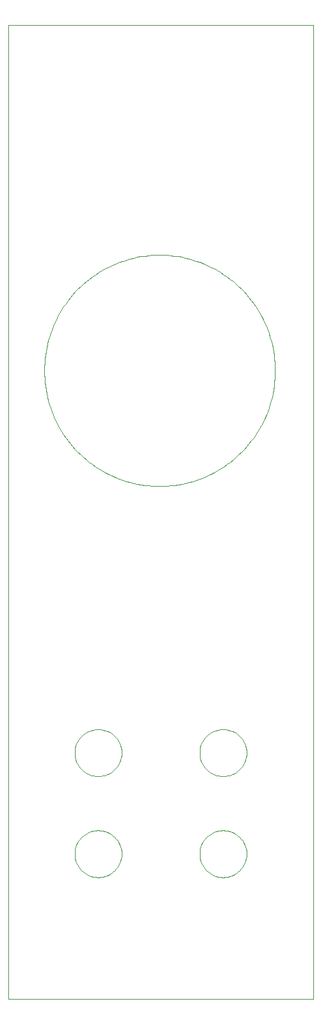
<source format=gbr>
G04 #@! TF.GenerationSoftware,KiCad,Pcbnew,(5.1.2)-2*
G04 #@! TF.CreationDate,2020-04-17T14:25:20-07:00*
G04 #@! TF.ProjectId,panel,70616e65-6c2e-46b6-9963-61645f706362,rev?*
G04 #@! TF.SameCoordinates,Original*
G04 #@! TF.FileFunction,Profile,NP*
%FSLAX46Y46*%
G04 Gerber Fmt 4.6, Leading zero omitted, Abs format (unit mm)*
G04 Created by KiCad (PCBNEW (5.1.2)-2) date 2020-04-17 14:25:20*
%MOMM*%
%LPD*%
G04 APERTURE LIST*
%ADD10C,0.100000*%
G04 APERTURE END LIST*
D10*
X-20149999Y64250004D02*
X20150001Y64250004D01*
X20150001Y64250004D02*
X20150001Y-64250000D01*
X20150001Y-64250000D02*
X-20149999Y-64250000D01*
X-20149999Y-64250000D02*
X-20149999Y64250004D01*
X-20149999Y64250004D02*
X-20149999Y64250004D01*
X15143721Y18661947D02*
X15135221Y18153559D01*
X15135221Y18153559D02*
X15109741Y17647930D01*
X15109741Y17647930D02*
X15067531Y17145405D01*
X15067531Y17145405D02*
X15008791Y16646325D01*
X15008791Y16646325D02*
X14933731Y16151034D01*
X14933731Y16151034D02*
X14842551Y15659876D01*
X14842551Y15659876D02*
X14735463Y15173193D01*
X14735463Y15173193D02*
X14612671Y14691330D01*
X14612671Y14691330D02*
X14474383Y14214628D01*
X14474383Y14214628D02*
X14320803Y13743431D01*
X14320803Y13743431D02*
X14152139Y13278082D01*
X14152139Y13278082D02*
X13968595Y12818925D01*
X13968595Y12818925D02*
X13770379Y12366303D01*
X13770379Y12366303D02*
X13557696Y11920559D01*
X13557696Y11920559D02*
X13330752Y11482036D01*
X13330752Y11482036D02*
X13089754Y11051077D01*
X13089754Y11051077D02*
X12834908Y10628026D01*
X12834908Y10628026D02*
X12566420Y10213226D01*
X12566420Y10213226D02*
X12284495Y9807019D01*
X12284495Y9807019D02*
X11989341Y9409749D01*
X11989341Y9409749D02*
X11681163Y9021760D01*
X11681163Y9021760D02*
X11360167Y8643395D01*
X11360167Y8643395D02*
X11026560Y8274996D01*
X11026560Y8274996D02*
X10680547Y7916907D01*
X10680547Y7916907D02*
X10322336Y7569471D01*
X10322336Y7569471D02*
X9952130Y7233031D01*
X9952130Y7233031D02*
X9570138Y6907931D01*
X9570138Y6907931D02*
X9176565Y6594513D01*
X9176565Y6594513D02*
X8771618Y6293122D01*
X8771618Y6293122D02*
X8355501Y6004099D01*
X8355501Y6004099D02*
X7928422Y5727789D01*
X7928422Y5727789D02*
X7490587Y5464534D01*
X7490587Y5464534D02*
X7044397Y5215972D01*
X7044397Y5215972D02*
X6592440Y4983447D01*
X6592440Y4983447D02*
X6135101Y4766958D01*
X6135101Y4766958D02*
X5672763Y4566505D01*
X5672763Y4566505D02*
X5205812Y4382088D01*
X5205812Y4382088D02*
X4734632Y4213708D01*
X4734632Y4213708D02*
X4259607Y4061363D01*
X4259607Y4061363D02*
X3781121Y3925055D01*
X3781121Y3925055D02*
X3299560Y3804784D01*
X3299560Y3804784D02*
X2815307Y3700548D01*
X2815307Y3700548D02*
X2328748Y3612348D01*
X2328748Y3612348D02*
X1840266Y3540188D01*
X1840266Y3540188D02*
X1350247Y3484058D01*
X1350247Y3484058D02*
X859073Y3443968D01*
X859073Y3443968D02*
X367131Y3419918D01*
X367131Y3419918D02*
X-125195Y3411918D01*
X-125195Y3411918D02*
X-617521Y3419918D01*
X-617521Y3419918D02*
X-1109463Y3443968D01*
X-1109463Y3443968D02*
X-1600637Y3484058D01*
X-1600637Y3484058D02*
X-2090656Y3540188D01*
X-2090656Y3540188D02*
X-2579138Y3612348D01*
X-2579138Y3612348D02*
X-3065697Y3700548D01*
X-3065697Y3700548D02*
X-3549950Y3804784D01*
X-3549950Y3804784D02*
X-4031511Y3925055D01*
X-4031511Y3925055D02*
X-4509997Y4061363D01*
X-4509997Y4061363D02*
X-4985022Y4213708D01*
X-4985022Y4213708D02*
X-5456202Y4382088D01*
X-5456202Y4382088D02*
X-5923153Y4566505D01*
X-5923153Y4566505D02*
X-6385491Y4766958D01*
X-6385491Y4766958D02*
X-6842830Y4983447D01*
X-6842830Y4983447D02*
X-7294787Y5215972D01*
X-7294787Y5215972D02*
X-7740977Y5464534D01*
X-7740977Y5464534D02*
X-8178704Y5727789D01*
X-8178704Y5727789D02*
X-8605467Y6004099D01*
X-8605467Y6004099D02*
X-9021075Y6293122D01*
X-9021075Y6293122D02*
X-9425333Y6594513D01*
X-9425333Y6594513D02*
X-9818052Y6907931D01*
X-9818052Y6907931D02*
X-10199036Y7233031D01*
X-10199036Y7233031D02*
X-10568096Y7569471D01*
X-10568096Y7569471D02*
X-10925081Y7916907D01*
X-10925081Y7916907D02*
X-11269713Y8274996D01*
X-11269713Y8274996D02*
X-11601844Y8643395D01*
X-11601844Y8643395D02*
X-11921280Y9021760D01*
X-11921280Y9021760D02*
X-12227829Y9409749D01*
X-12227829Y9409749D02*
X-12521299Y9807019D01*
X-12521299Y9807019D02*
X-12801498Y10213226D01*
X-12801498Y10213226D02*
X-13068233Y10628026D01*
X-13068233Y10628026D02*
X-13321312Y11051077D01*
X-13321312Y11051077D02*
X-13560543Y11482036D01*
X-13560543Y11482036D02*
X-13785733Y11920559D01*
X-13785733Y11920559D02*
X-13996690Y12366303D01*
X-13996690Y12366303D02*
X-14193222Y12818925D01*
X-14193222Y12818925D02*
X-14375137Y13278082D01*
X-14375137Y13278082D02*
X-14542242Y13743431D01*
X-14542242Y13743431D02*
X-14694345Y14214628D01*
X-14694345Y14214628D02*
X-14831253Y14691330D01*
X-14831253Y14691330D02*
X-14952775Y15173193D01*
X-14952775Y15173193D02*
X-15058718Y15659876D01*
X-15058718Y15659876D02*
X-15148889Y16151034D01*
X-15148889Y16151034D02*
X-15223097Y16646325D01*
X-15223097Y16646325D02*
X-15281149Y17145405D01*
X-15281149Y17145405D02*
X-15322853Y17647930D01*
X-15322853Y17647930D02*
X-15348016Y18153559D01*
X-15348016Y18153559D02*
X-15356446Y18661947D01*
X-15356446Y18661947D02*
X-15348016Y19170335D01*
X-15348016Y19170335D02*
X-15322853Y19675964D01*
X-15322853Y19675964D02*
X-15281149Y20178490D01*
X-15281149Y20178490D02*
X-15223097Y20677570D01*
X-15223097Y20677570D02*
X-15148889Y21172860D01*
X-15148889Y21172860D02*
X-15058718Y21664019D01*
X-15058718Y21664019D02*
X-14952775Y22150701D01*
X-14952775Y22150701D02*
X-14831253Y22632565D01*
X-14831253Y22632565D02*
X-14694345Y23109267D01*
X-14694345Y23109267D02*
X-14542242Y23580464D01*
X-14542242Y23580464D02*
X-14375137Y24045813D01*
X-14375137Y24045813D02*
X-14193222Y24504970D01*
X-14193222Y24504970D02*
X-13996690Y24957592D01*
X-13996690Y24957592D02*
X-13785733Y25403336D01*
X-13785733Y25403336D02*
X-13560543Y25841859D01*
X-13560543Y25841859D02*
X-13321312Y26272818D01*
X-13321312Y26272818D02*
X-13068233Y26695869D01*
X-13068233Y26695869D02*
X-12801498Y27110670D01*
X-12801498Y27110670D02*
X-12521299Y27516877D01*
X-12521299Y27516877D02*
X-12227829Y27914146D01*
X-12227829Y27914146D02*
X-11921280Y28302135D01*
X-11921280Y28302135D02*
X-11601844Y28680501D01*
X-11601844Y28680501D02*
X-11269713Y29048900D01*
X-11269713Y29048900D02*
X-10925081Y29406989D01*
X-10925081Y29406989D02*
X-10568138Y29754425D01*
X-10568138Y29754425D02*
X-10199078Y30090865D01*
X-10199078Y30090865D02*
X-9818094Y30415965D01*
X-9818094Y30415965D02*
X-9425375Y30729383D01*
X-9425375Y30729383D02*
X-9021117Y31030774D01*
X-9021117Y31030774D02*
X-8605509Y31319797D01*
X-8605509Y31319797D02*
X-8178746Y31596107D01*
X-8178746Y31596107D02*
X-7741019Y31859362D01*
X-7741019Y31859362D02*
X-7294829Y32107923D01*
X-7294829Y32107923D02*
X-6842872Y32340449D01*
X-6842872Y32340449D02*
X-6385533Y32556938D01*
X-6385533Y32556938D02*
X-5923195Y32757391D01*
X-5923195Y32757391D02*
X-5456244Y32941807D01*
X-5456244Y32941807D02*
X-4985064Y33110188D01*
X-4985064Y33110188D02*
X-4510039Y33262532D01*
X-4510039Y33262532D02*
X-4031553Y33398840D01*
X-4031553Y33398840D02*
X-3549992Y33519111D01*
X-3549992Y33519111D02*
X-3065739Y33623347D01*
X-3065739Y33623347D02*
X-2579180Y33711547D01*
X-2579180Y33711547D02*
X-2090698Y33783707D01*
X-2090698Y33783707D02*
X-1600679Y33839837D01*
X-1600679Y33839837D02*
X-1109505Y33879927D01*
X-1109505Y33879927D02*
X-617563Y33903987D01*
X-617563Y33903987D02*
X-125237Y33911987D01*
X-125237Y33911987D02*
X367089Y33903987D01*
X367089Y33903987D02*
X859031Y33879927D01*
X859031Y33879927D02*
X1350205Y33839837D01*
X1350205Y33839837D02*
X1840224Y33783707D01*
X1840224Y33783707D02*
X2328706Y33711547D01*
X2328706Y33711547D02*
X2815265Y33623347D01*
X2815265Y33623347D02*
X3299518Y33519111D01*
X3299518Y33519111D02*
X3781079Y33398840D01*
X3781079Y33398840D02*
X4259565Y33262532D01*
X4259565Y33262532D02*
X4734590Y33110188D01*
X4734590Y33110188D02*
X5205770Y32941807D01*
X5205770Y32941807D02*
X5672721Y32757391D01*
X5672721Y32757391D02*
X6135059Y32556938D01*
X6135059Y32556938D02*
X6592398Y32340449D01*
X6592398Y32340449D02*
X7044355Y32107923D01*
X7044355Y32107923D02*
X7490545Y31859362D01*
X7490545Y31859362D02*
X7928380Y31596107D01*
X7928380Y31596107D02*
X8355459Y31319797D01*
X8355459Y31319797D02*
X8771576Y31030774D01*
X8771576Y31030774D02*
X9176523Y30729383D01*
X9176523Y30729383D02*
X9570096Y30415965D01*
X9570096Y30415965D02*
X9952088Y30090865D01*
X9952088Y30090865D02*
X10322294Y29754425D01*
X10322294Y29754425D02*
X10680505Y29406989D01*
X10680505Y29406989D02*
X11026518Y29048900D01*
X11026518Y29048900D02*
X11360125Y28680501D01*
X11360125Y28680501D02*
X11681121Y28302135D01*
X11681121Y28302135D02*
X11989299Y27914146D01*
X11989299Y27914146D02*
X12284453Y27516877D01*
X12284453Y27516877D02*
X12566378Y27110670D01*
X12566378Y27110670D02*
X12834866Y26695869D01*
X12834866Y26695869D02*
X13089712Y26272818D01*
X13089712Y26272818D02*
X13330710Y25841859D01*
X13330710Y25841859D02*
X13557654Y25403336D01*
X13557654Y25403336D02*
X13770337Y24957592D01*
X13770337Y24957592D02*
X13968553Y24504970D01*
X13968553Y24504970D02*
X14152097Y24045813D01*
X14152097Y24045813D02*
X14320761Y23580464D01*
X14320761Y23580464D02*
X14474341Y23109267D01*
X14474341Y23109267D02*
X14612629Y22632565D01*
X14612629Y22632565D02*
X14735421Y22150701D01*
X14735421Y22150701D02*
X14842509Y21664019D01*
X14842509Y21664019D02*
X14933689Y21172860D01*
X14933689Y21172860D02*
X15008749Y20677570D01*
X15008749Y20677570D02*
X15067489Y20178490D01*
X15067489Y20178490D02*
X15109699Y19675964D01*
X15109699Y19675964D02*
X15135179Y19170335D01*
X15135179Y19170335D02*
X15143679Y18661947D01*
X15143679Y18661947D02*
X15143679Y18661947D01*
X15143679Y18661947D02*
X15143721Y18661947D01*
X11375694Y-45064530D02*
X11359594Y-45383740D01*
X11359594Y-45383740D02*
X11312334Y-45693690D01*
X11312334Y-45693690D02*
X11235474Y-45992820D01*
X11235474Y-45992820D02*
X11130583Y-46279550D01*
X11130583Y-46279550D02*
X10999226Y-46552340D01*
X10999226Y-46552340D02*
X10842966Y-46809600D01*
X10842966Y-46809600D02*
X10663370Y-47049790D01*
X10663370Y-47049790D02*
X10462001Y-47271330D01*
X10462001Y-47271330D02*
X10240425Y-47472670D01*
X10240425Y-47472670D02*
X10000206Y-47652230D01*
X10000206Y-47652230D02*
X9742909Y-47808460D01*
X9742909Y-47808460D02*
X9470099Y-47939790D01*
X9470099Y-47939790D02*
X9183340Y-48044660D01*
X9183340Y-48044660D02*
X8884197Y-48121460D01*
X8884197Y-48121460D02*
X8574236Y-48168760D01*
X8574236Y-48168760D02*
X8255020Y-48184860D01*
X8255020Y-48184860D02*
X7936267Y-48168760D01*
X7936267Y-48168760D02*
X7627616Y-48121460D01*
X7627616Y-48121460D02*
X7330508Y-48044660D01*
X7330508Y-48044660D02*
X7046389Y-47939790D01*
X7046389Y-47939790D02*
X6776703Y-47808460D01*
X6776703Y-47808460D02*
X6522892Y-47652230D01*
X6522892Y-47652230D02*
X6286402Y-47472670D01*
X6286402Y-47472670D02*
X6068675Y-47271330D01*
X6068675Y-47271330D02*
X5871155Y-47049790D01*
X5871155Y-47049790D02*
X5695288Y-46809600D01*
X5695288Y-46809600D02*
X5542515Y-46552340D01*
X5542515Y-46552340D02*
X5414282Y-46279550D01*
X5414282Y-46279550D02*
X5312031Y-45992820D01*
X5312031Y-45992820D02*
X5237211Y-45693690D01*
X5237211Y-45693690D02*
X5191261Y-45383740D01*
X5191261Y-45383740D02*
X5175621Y-45064530D01*
X5175621Y-45064530D02*
X5191261Y-44745720D01*
X5191261Y-44745720D02*
X5237211Y-44437030D01*
X5237211Y-44437030D02*
X5312031Y-44139890D01*
X5312031Y-44139890D02*
X5414282Y-43855750D01*
X5414282Y-43855750D02*
X5542515Y-43586060D01*
X5542515Y-43586060D02*
X5695288Y-43332250D01*
X5695288Y-43332250D02*
X5871155Y-43095770D01*
X5871155Y-43095770D02*
X6068675Y-42878060D01*
X6068675Y-42878060D02*
X6286402Y-42680560D01*
X6286402Y-42680560D02*
X6522892Y-42504710D01*
X6522892Y-42504710D02*
X6776703Y-42351960D01*
X6776703Y-42351960D02*
X7046389Y-42223750D01*
X7046389Y-42223750D02*
X7330508Y-42121520D01*
X7330508Y-42121520D02*
X7627616Y-42046720D01*
X7627616Y-42046720D02*
X7936267Y-42000720D01*
X7936267Y-42000720D02*
X8255020Y-41985120D01*
X8255020Y-41985120D02*
X8574236Y-42000720D01*
X8574236Y-42000720D02*
X8884197Y-42046720D01*
X8884197Y-42046720D02*
X9183340Y-42121520D01*
X9183340Y-42121520D02*
X9470099Y-42223750D01*
X9470099Y-42223750D02*
X9742909Y-42351960D01*
X9742909Y-42351960D02*
X10000206Y-42504710D01*
X10000206Y-42504710D02*
X10240425Y-42680560D01*
X10240425Y-42680560D02*
X10462001Y-42878060D01*
X10462001Y-42878060D02*
X10663370Y-43095770D01*
X10663370Y-43095770D02*
X10842966Y-43332250D01*
X10842966Y-43332250D02*
X10999226Y-43586060D01*
X10999226Y-43586060D02*
X11130583Y-43855750D01*
X11130583Y-43855750D02*
X11235474Y-44139890D01*
X11235474Y-44139890D02*
X11312334Y-44437030D01*
X11312334Y-44437030D02*
X11359594Y-44745720D01*
X11359594Y-44745720D02*
X11375694Y-45064530D01*
X11375694Y-45064530D02*
X11375694Y-45064530D01*
X11375694Y-45064530D02*
X11375694Y-45064530D01*
X-5134338Y-31729527D02*
X-5150438Y-32048738D01*
X-5150438Y-32048738D02*
X-5197698Y-32358688D01*
X-5197698Y-32358688D02*
X-5274558Y-32657813D01*
X-5274558Y-32657813D02*
X-5379449Y-32944549D01*
X-5379449Y-32944549D02*
X-5510806Y-33217332D01*
X-5510806Y-33217332D02*
X-5667065Y-33474599D01*
X-5667065Y-33474599D02*
X-5846662Y-33714785D01*
X-5846662Y-33714785D02*
X-6048030Y-33936328D01*
X-6048030Y-33936328D02*
X-6269607Y-34137664D01*
X-6269607Y-34137664D02*
X-6509826Y-34317228D01*
X-6509826Y-34317228D02*
X-6767123Y-34473457D01*
X-6767123Y-34473457D02*
X-7039933Y-34604787D01*
X-7039933Y-34604787D02*
X-7326692Y-34709655D01*
X-7326692Y-34709655D02*
X-7625835Y-34786495D01*
X-7625835Y-34786495D02*
X-7935797Y-34833745D01*
X-7935797Y-34833745D02*
X-8255013Y-34849845D01*
X-8255013Y-34849845D02*
X-8573765Y-34833745D01*
X-8573765Y-34833745D02*
X-8882417Y-34786495D01*
X-8882417Y-34786495D02*
X-9179524Y-34709655D01*
X-9179524Y-34709655D02*
X-9463643Y-34604787D01*
X-9463643Y-34604787D02*
X-9733329Y-34473457D01*
X-9733329Y-34473457D02*
X-9987144Y-34317228D01*
X-9987144Y-34317228D02*
X-10223634Y-34137664D01*
X-10223634Y-34137664D02*
X-10441361Y-33936328D01*
X-10441361Y-33936328D02*
X-10638880Y-33714785D01*
X-10638880Y-33714785D02*
X-10814748Y-33474599D01*
X-10814748Y-33474599D02*
X-10967521Y-33217332D01*
X-10967521Y-33217332D02*
X-11095754Y-32944549D01*
X-11095754Y-32944549D02*
X-11198004Y-32657813D01*
X-11198004Y-32657813D02*
X-11272828Y-32358688D01*
X-11272828Y-32358688D02*
X-11318781Y-32048738D01*
X-11318781Y-32048738D02*
X-11334419Y-31729527D01*
X-11334419Y-31729527D02*
X-11318781Y-31410717D01*
X-11318781Y-31410717D02*
X-11272828Y-31102023D01*
X-11272828Y-31102023D02*
X-11198004Y-30804886D01*
X-11198004Y-30804886D02*
X-11095754Y-30520750D01*
X-11095754Y-30520750D02*
X-10967521Y-30251057D01*
X-10967521Y-30251057D02*
X-10814748Y-29997248D01*
X-10814748Y-29997248D02*
X-10638880Y-29760767D01*
X-10638880Y-29760767D02*
X-10441361Y-29543054D01*
X-10441361Y-29543054D02*
X-10223634Y-29345554D01*
X-10223634Y-29345554D02*
X-9987144Y-29169707D01*
X-9987144Y-29169707D02*
X-9733333Y-29016957D01*
X-9733333Y-29016957D02*
X-9463647Y-28888745D01*
X-9463647Y-28888745D02*
X-9179528Y-28786515D01*
X-9179528Y-28786515D02*
X-8882421Y-28711705D01*
X-8882421Y-28711705D02*
X-8573769Y-28665765D01*
X-8573769Y-28665765D02*
X-8255017Y-28650135D01*
X-8255017Y-28650135D02*
X-7935801Y-28665765D01*
X-7935801Y-28665765D02*
X-7625839Y-28711705D01*
X-7625839Y-28711705D02*
X-7326696Y-28786515D01*
X-7326696Y-28786515D02*
X-7039937Y-28888745D01*
X-7039937Y-28888745D02*
X-6767127Y-29016957D01*
X-6767127Y-29016957D02*
X-6509830Y-29169707D01*
X-6509830Y-29169707D02*
X-6269611Y-29345554D01*
X-6269611Y-29345554D02*
X-6048034Y-29543054D01*
X-6048034Y-29543054D02*
X-5846666Y-29760767D01*
X-5846666Y-29760767D02*
X-5667069Y-29997248D01*
X-5667069Y-29997248D02*
X-5510810Y-30251057D01*
X-5510810Y-30251057D02*
X-5379453Y-30520750D01*
X-5379453Y-30520750D02*
X-5274562Y-30804886D01*
X-5274562Y-30804886D02*
X-5197702Y-31102023D01*
X-5197702Y-31102023D02*
X-5150442Y-31410717D01*
X-5150442Y-31410717D02*
X-5134342Y-31729527D01*
X-5134342Y-31729527D02*
X-5134342Y-31729527D01*
X-5134342Y-31729527D02*
X-5134338Y-31729527D01*
X11375694Y-31729527D02*
X11359594Y-32048738D01*
X11359594Y-32048738D02*
X11312334Y-32358688D01*
X11312334Y-32358688D02*
X11235474Y-32657813D01*
X11235474Y-32657813D02*
X11130583Y-32944549D01*
X11130583Y-32944549D02*
X10999226Y-33217332D01*
X10999226Y-33217332D02*
X10842966Y-33474599D01*
X10842966Y-33474599D02*
X10663370Y-33714785D01*
X10663370Y-33714785D02*
X10462001Y-33936328D01*
X10462001Y-33936328D02*
X10240425Y-34137664D01*
X10240425Y-34137664D02*
X10000206Y-34317228D01*
X10000206Y-34317228D02*
X9742909Y-34473457D01*
X9742909Y-34473457D02*
X9470099Y-34604787D01*
X9470099Y-34604787D02*
X9183340Y-34709655D01*
X9183340Y-34709655D02*
X8884197Y-34786495D01*
X8884197Y-34786495D02*
X8574236Y-34833745D01*
X8574236Y-34833745D02*
X8255020Y-34849845D01*
X8255020Y-34849845D02*
X7936267Y-34833745D01*
X7936267Y-34833745D02*
X7627616Y-34786495D01*
X7627616Y-34786495D02*
X7330508Y-34709655D01*
X7330508Y-34709655D02*
X7046389Y-34604787D01*
X7046389Y-34604787D02*
X6776703Y-34473457D01*
X6776703Y-34473457D02*
X6522892Y-34317228D01*
X6522892Y-34317228D02*
X6286402Y-34137664D01*
X6286402Y-34137664D02*
X6068675Y-33936328D01*
X6068675Y-33936328D02*
X5871155Y-33714785D01*
X5871155Y-33714785D02*
X5695288Y-33474599D01*
X5695288Y-33474599D02*
X5542515Y-33217332D01*
X5542515Y-33217332D02*
X5414282Y-32944549D01*
X5414282Y-32944549D02*
X5312031Y-32657813D01*
X5312031Y-32657813D02*
X5237211Y-32358688D01*
X5237211Y-32358688D02*
X5191261Y-32048738D01*
X5191261Y-32048738D02*
X5175621Y-31729527D01*
X5175621Y-31729527D02*
X5191261Y-31410717D01*
X5191261Y-31410717D02*
X5237211Y-31102023D01*
X5237211Y-31102023D02*
X5312031Y-30804886D01*
X5312031Y-30804886D02*
X5414282Y-30520750D01*
X5414282Y-30520750D02*
X5542515Y-30251057D01*
X5542515Y-30251057D02*
X5695288Y-29997248D01*
X5695288Y-29997248D02*
X5871155Y-29760767D01*
X5871155Y-29760767D02*
X6068675Y-29543054D01*
X6068675Y-29543054D02*
X6286402Y-29345554D01*
X6286402Y-29345554D02*
X6522892Y-29169707D01*
X6522892Y-29169707D02*
X6776703Y-29016957D01*
X6776703Y-29016957D02*
X7046389Y-28888745D01*
X7046389Y-28888745D02*
X7330508Y-28786515D01*
X7330508Y-28786515D02*
X7627616Y-28711705D01*
X7627616Y-28711705D02*
X7936267Y-28665765D01*
X7936267Y-28665765D02*
X8255020Y-28650135D01*
X8255020Y-28650135D02*
X8574236Y-28665765D01*
X8574236Y-28665765D02*
X8884197Y-28711705D01*
X8884197Y-28711705D02*
X9183340Y-28786515D01*
X9183340Y-28786515D02*
X9470099Y-28888745D01*
X9470099Y-28888745D02*
X9742909Y-29016957D01*
X9742909Y-29016957D02*
X10000206Y-29169707D01*
X10000206Y-29169707D02*
X10240425Y-29345554D01*
X10240425Y-29345554D02*
X10462001Y-29543054D01*
X10462001Y-29543054D02*
X10663370Y-29760767D01*
X10663370Y-29760767D02*
X10842966Y-29997248D01*
X10842966Y-29997248D02*
X10999226Y-30251057D01*
X10999226Y-30251057D02*
X11130583Y-30520750D01*
X11130583Y-30520750D02*
X11235474Y-30804886D01*
X11235474Y-30804886D02*
X11312334Y-31102023D01*
X11312334Y-31102023D02*
X11359594Y-31410717D01*
X11359594Y-31410717D02*
X11375694Y-31729527D01*
X11375694Y-31729527D02*
X11375694Y-31729527D01*
X11375694Y-31729527D02*
X11375694Y-31729527D01*
X-5134338Y-45064530D02*
X-5150438Y-45383740D01*
X-5150438Y-45383740D02*
X-5197698Y-45693690D01*
X-5197698Y-45693690D02*
X-5274558Y-45992820D01*
X-5274558Y-45992820D02*
X-5379449Y-46279550D01*
X-5379449Y-46279550D02*
X-5510806Y-46552340D01*
X-5510806Y-46552340D02*
X-5667065Y-46809600D01*
X-5667065Y-46809600D02*
X-5846662Y-47049790D01*
X-5846662Y-47049790D02*
X-6048030Y-47271330D01*
X-6048030Y-47271330D02*
X-6269607Y-47472670D01*
X-6269607Y-47472670D02*
X-6509826Y-47652230D01*
X-6509826Y-47652230D02*
X-6767123Y-47808460D01*
X-6767123Y-47808460D02*
X-7039933Y-47939790D01*
X-7039933Y-47939790D02*
X-7326692Y-48044660D01*
X-7326692Y-48044660D02*
X-7625835Y-48121460D01*
X-7625835Y-48121460D02*
X-7935797Y-48168760D01*
X-7935797Y-48168760D02*
X-8255013Y-48184860D01*
X-8255013Y-48184860D02*
X-8573765Y-48168760D01*
X-8573765Y-48168760D02*
X-8882417Y-48121460D01*
X-8882417Y-48121460D02*
X-9179524Y-48044660D01*
X-9179524Y-48044660D02*
X-9463643Y-47939790D01*
X-9463643Y-47939790D02*
X-9733329Y-47808460D01*
X-9733329Y-47808460D02*
X-9987140Y-47652230D01*
X-9987140Y-47652230D02*
X-10223630Y-47472670D01*
X-10223630Y-47472670D02*
X-10441357Y-47271330D01*
X-10441357Y-47271330D02*
X-10638876Y-47049790D01*
X-10638876Y-47049790D02*
X-10814744Y-46809600D01*
X-10814744Y-46809600D02*
X-10967517Y-46552340D01*
X-10967517Y-46552340D02*
X-11095750Y-46279550D01*
X-11095750Y-46279550D02*
X-11198000Y-45992820D01*
X-11198000Y-45992820D02*
X-11272824Y-45693690D01*
X-11272824Y-45693690D02*
X-11318777Y-45383740D01*
X-11318777Y-45383740D02*
X-11334415Y-45064530D01*
X-11334415Y-45064530D02*
X-11318777Y-44745720D01*
X-11318777Y-44745720D02*
X-11272824Y-44437030D01*
X-11272824Y-44437030D02*
X-11198000Y-44139890D01*
X-11198000Y-44139890D02*
X-11095750Y-43855750D01*
X-11095750Y-43855750D02*
X-10967517Y-43586060D01*
X-10967517Y-43586060D02*
X-10814744Y-43332250D01*
X-10814744Y-43332250D02*
X-10638876Y-43095770D01*
X-10638876Y-43095770D02*
X-10441357Y-42878060D01*
X-10441357Y-42878060D02*
X-10223630Y-42680560D01*
X-10223630Y-42680560D02*
X-9987140Y-42504710D01*
X-9987140Y-42504710D02*
X-9733329Y-42351960D01*
X-9733329Y-42351960D02*
X-9463643Y-42223750D01*
X-9463643Y-42223750D02*
X-9179524Y-42121520D01*
X-9179524Y-42121520D02*
X-8882417Y-42046720D01*
X-8882417Y-42046720D02*
X-8573765Y-42000720D01*
X-8573765Y-42000720D02*
X-8255013Y-41985120D01*
X-8255013Y-41985120D02*
X-7935797Y-42000720D01*
X-7935797Y-42000720D02*
X-7625835Y-42046720D01*
X-7625835Y-42046720D02*
X-7326692Y-42121520D01*
X-7326692Y-42121520D02*
X-7039933Y-42223750D01*
X-7039933Y-42223750D02*
X-6767123Y-42351960D01*
X-6767123Y-42351960D02*
X-6509826Y-42504710D01*
X-6509826Y-42504710D02*
X-6269607Y-42680560D01*
X-6269607Y-42680560D02*
X-6048030Y-42878060D01*
X-6048030Y-42878060D02*
X-5846662Y-43095770D01*
X-5846662Y-43095770D02*
X-5667065Y-43332250D01*
X-5667065Y-43332250D02*
X-5510806Y-43586060D01*
X-5510806Y-43586060D02*
X-5379449Y-43855750D01*
X-5379449Y-43855750D02*
X-5274558Y-44139890D01*
X-5274558Y-44139890D02*
X-5197698Y-44437030D01*
X-5197698Y-44437030D02*
X-5150438Y-44745720D01*
X-5150438Y-44745720D02*
X-5134338Y-45064530D01*
X-5134338Y-45064530D02*
X-5134338Y-45064530D01*
X-5134338Y-45064530D02*
X-5134338Y-45064530D01*
M02*

</source>
